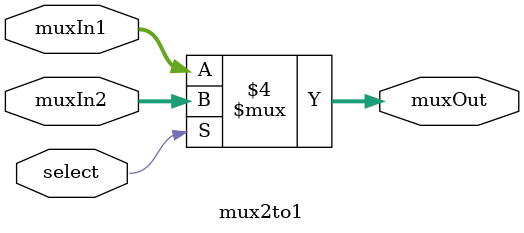
<source format=v>

module mux2to1(input select, input [31:0] muxIn1, input [31:0] muxIn2, output reg [31:0] muxOut);
always @(*) begin
  if (select == 0)
    muxOut = muxIn1;
  else
    muxOut = muxIn2;
end
endmodule


</source>
